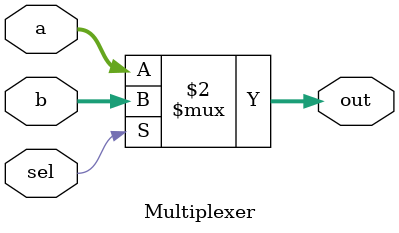
<source format=v>
`timescale 1ns / 1ps


module Multiplexer#(parameter DATA_WIDTH = 32)(
    input wire sel, 
    input wire [DATA_WIDTH-1:0] a, 
    input wire [DATA_WIDTH -1:0] b,
    output wire [DATA_WIDTH-1:0] out);
    
  
    
    assign out = (sel == 0) ? a : b;
    
endmodule

</source>
